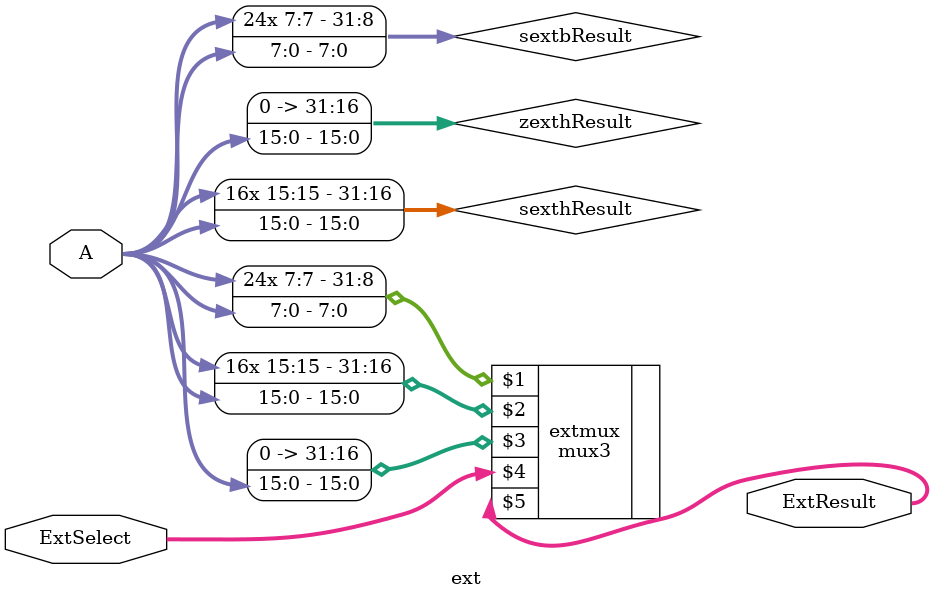
<source format=sv>

module ext #(parameter WIDTH = 32) (
  input  logic [15:0]      A,            // Operand to extend
  input  logic [1:0]       ExtSelect,    // B[2], B[0] of immediate
  output logic [WIDTH-1:0] ExtResult);   // Extend Result

  logic [WIDTH-1:0] sexthResult, zexthResult, sextbResult;

  assign sexthResult = {{(WIDTH-16){A[15]}},A[15:0]};
  assign zexthResult = {{(WIDTH-16){1'b0}},A[15:0]};
  assign sextbResult = {{(WIDTH-8){A[7]}},A[7:0]};

  mux3 #(WIDTH) extmux(sextbResult, sexthResult, zexthResult, ExtSelect, ExtResult);
endmodule

</source>
